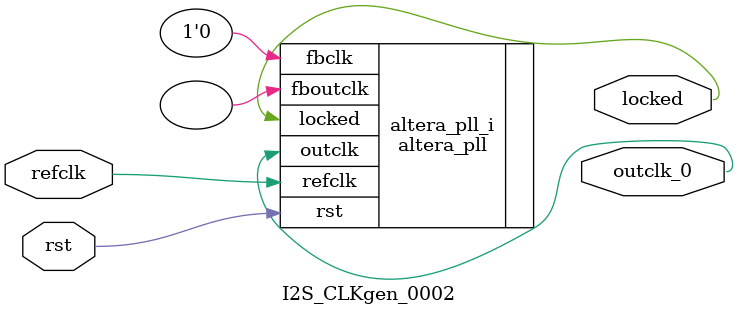
<source format=v>
`timescale 1ns/10ps
module  I2S_CLKgen_0002(

	// interface 'refclk'
	input wire refclk,

	// interface 'reset'
	input wire rst,

	// interface 'outclk0'
	output wire outclk_0,

	// interface 'locked'
	output wire locked
);

	altera_pll #(
		.fractional_vco_multiplier("true"),
		.reference_clock_frequency("50.0 MHz"),
		.operation_mode("direct"),
		.number_of_clocks(1),
		.output_clock_frequency0("18.432000 MHz"),
		.phase_shift0("0 ps"),
		.duty_cycle0(50),
		.output_clock_frequency1("0 MHz"),
		.phase_shift1("0 ps"),
		.duty_cycle1(50),
		.output_clock_frequency2("0 MHz"),
		.phase_shift2("0 ps"),
		.duty_cycle2(50),
		.output_clock_frequency3("0 MHz"),
		.phase_shift3("0 ps"),
		.duty_cycle3(50),
		.output_clock_frequency4("0 MHz"),
		.phase_shift4("0 ps"),
		.duty_cycle4(50),
		.output_clock_frequency5("0 MHz"),
		.phase_shift5("0 ps"),
		.duty_cycle5(50),
		.output_clock_frequency6("0 MHz"),
		.phase_shift6("0 ps"),
		.duty_cycle6(50),
		.output_clock_frequency7("0 MHz"),
		.phase_shift7("0 ps"),
		.duty_cycle7(50),
		.output_clock_frequency8("0 MHz"),
		.phase_shift8("0 ps"),
		.duty_cycle8(50),
		.output_clock_frequency9("0 MHz"),
		.phase_shift9("0 ps"),
		.duty_cycle9(50),
		.output_clock_frequency10("0 MHz"),
		.phase_shift10("0 ps"),
		.duty_cycle10(50),
		.output_clock_frequency11("0 MHz"),
		.phase_shift11("0 ps"),
		.duty_cycle11(50),
		.output_clock_frequency12("0 MHz"),
		.phase_shift12("0 ps"),
		.duty_cycle12(50),
		.output_clock_frequency13("0 MHz"),
		.phase_shift13("0 ps"),
		.duty_cycle13(50),
		.output_clock_frequency14("0 MHz"),
		.phase_shift14("0 ps"),
		.duty_cycle14(50),
		.output_clock_frequency15("0 MHz"),
		.phase_shift15("0 ps"),
		.duty_cycle15(50),
		.output_clock_frequency16("0 MHz"),
		.phase_shift16("0 ps"),
		.duty_cycle16(50),
		.output_clock_frequency17("0 MHz"),
		.phase_shift17("0 ps"),
		.duty_cycle17(50),
		.pll_type("General"),
		.pll_subtype("General")
	) altera_pll_i (
		.rst	(rst),
		.outclk	({outclk_0}),
		.locked	(locked),
		.fboutclk	( ),
		.fbclk	(1'b0),
		.refclk	(refclk)
	);
endmodule


</source>
